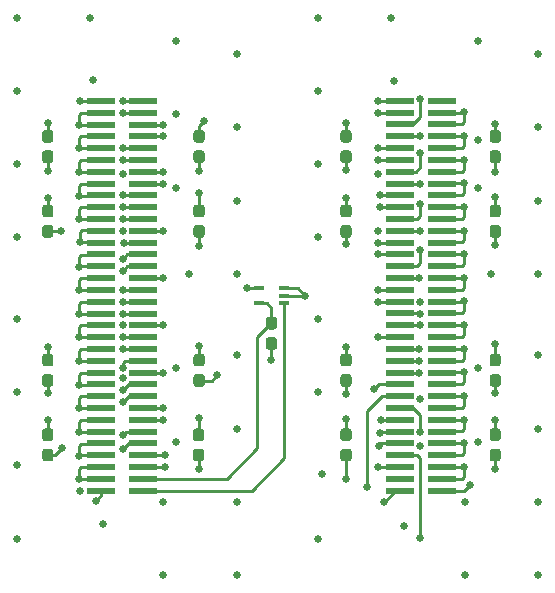
<source format=gbr>
%TF.GenerationSoftware,KiCad,Pcbnew,(5.1.9-0-10_14)*%
%TF.CreationDate,2021-05-13T13:43:04-04:00*%
%TF.ProjectId,SiPM_Board_RevC,5369504d-5f42-46f6-9172-645f52657643,rev?*%
%TF.SameCoordinates,Original*%
%TF.FileFunction,Copper,L4,Bot*%
%TF.FilePolarity,Positive*%
%FSLAX46Y46*%
G04 Gerber Fmt 4.6, Leading zero omitted, Abs format (unit mm)*
G04 Created by KiCad (PCBNEW (5.1.9-0-10_14)) date 2021-05-13 13:43:04*
%MOMM*%
%LPD*%
G01*
G04 APERTURE LIST*
%TA.AperFunction,SMDPad,CuDef*%
%ADD10R,2.413000X0.558800*%
%TD*%
%TA.AperFunction,SMDPad,CuDef*%
%ADD11R,0.900000X0.400000*%
%TD*%
%TA.AperFunction,ViaPad*%
%ADD12C,0.635000*%
%TD*%
%TA.AperFunction,Conductor*%
%ADD13C,0.294640*%
%TD*%
G04 APERTURE END LIST*
D10*
%TO.P,J2,2*%
%TO.N,/BIAS4*%
X164408000Y-116497300D03*
%TO.P,J2,1*%
X160852000Y-116497300D03*
%TO.P,J2,3*%
%TO.N,Net-(J2-Pad3)*%
X160852000Y-115497302D03*
%TO.P,J2,4*%
%TO.N,GND*%
X164408000Y-115497302D03*
%TO.P,J2,5*%
%TO.N,Net-(J2-Pad5)*%
X160852000Y-114497304D03*
%TO.P,J2,6*%
%TO.N,GND*%
X164408000Y-114497304D03*
%TO.P,J2,7*%
%TO.N,Net-(J2-Pad7)*%
X160852000Y-113497306D03*
%TO.P,J2,8*%
%TO.N,GND*%
X164408000Y-113497306D03*
%TO.P,J2,9*%
%TO.N,Net-(J2-Pad9)*%
X160852000Y-112497308D03*
%TO.P,J2,10*%
%TO.N,GND*%
X164408000Y-112497308D03*
%TO.P,J2,11*%
%TO.N,Net-(J2-Pad11)*%
X160852000Y-111497310D03*
%TO.P,J2,12*%
%TO.N,GND*%
X164408000Y-111497310D03*
%TO.P,J2,13*%
%TO.N,Net-(J2-Pad13)*%
X160852000Y-110497312D03*
%TO.P,J2,14*%
%TO.N,GND*%
X164408000Y-110497312D03*
%TO.P,J2,15*%
%TO.N,Net-(J2-Pad15)*%
X160852000Y-109497314D03*
%TO.P,J2,16*%
%TO.N,GND*%
X164408000Y-109497314D03*
%TO.P,J2,17*%
%TO.N,Net-(J2-Pad17)*%
X160852000Y-108497316D03*
%TO.P,J2,18*%
%TO.N,GND*%
X164408000Y-108497316D03*
%TO.P,J2,19*%
%TO.N,Net-(J2-Pad19)*%
X160852000Y-107497318D03*
%TO.P,J2,20*%
%TO.N,GND*%
X164408000Y-107497318D03*
%TO.P,J2,21*%
%TO.N,Net-(J2-Pad21)*%
X160852000Y-106497320D03*
%TO.P,J2,22*%
%TO.N,GND*%
X164408000Y-106497320D03*
%TO.P,J2,23*%
%TO.N,Net-(J2-Pad23)*%
X160852000Y-105497322D03*
%TO.P,J2,24*%
%TO.N,GND*%
X164408000Y-105497322D03*
%TO.P,J2,25*%
%TO.N,Net-(J2-Pad25)*%
X160852000Y-104497324D03*
%TO.P,J2,26*%
%TO.N,GND*%
X164408000Y-104497324D03*
%TO.P,J2,27*%
%TO.N,Net-(J2-Pad27)*%
X160852000Y-103497326D03*
%TO.P,J2,28*%
%TO.N,GND*%
X164408000Y-103497326D03*
%TO.P,J2,29*%
%TO.N,Net-(J2-Pad29)*%
X160852000Y-102497328D03*
%TO.P,J2,30*%
%TO.N,GND*%
X164408000Y-102497328D03*
%TO.P,J2,31*%
%TO.N,Net-(J2-Pad31)*%
X160852000Y-101497330D03*
%TO.P,J2,32*%
%TO.N,GND*%
X164408000Y-101497330D03*
%TO.P,J2,33*%
%TO.N,Net-(J2-Pad33)*%
X160852000Y-100497332D03*
%TO.P,J2,34*%
%TO.N,GND*%
X164408000Y-100497332D03*
%TO.P,J2,35*%
%TO.N,Net-(J2-Pad35)*%
X160852000Y-99497334D03*
%TO.P,J2,36*%
%TO.N,GND*%
X164408000Y-99497334D03*
%TO.P,J2,37*%
%TO.N,Net-(J2-Pad37)*%
X160852000Y-98497336D03*
%TO.P,J2,38*%
%TO.N,GND*%
X164408000Y-98497336D03*
%TO.P,J2,39*%
%TO.N,Net-(J2-Pad39)*%
X160852000Y-97497338D03*
%TO.P,J2,40*%
%TO.N,GND*%
X164408000Y-97497338D03*
%TO.P,J2,41*%
%TO.N,Net-(J2-Pad41)*%
X160852000Y-96497340D03*
%TO.P,J2,42*%
%TO.N,GND*%
X164408000Y-96497340D03*
%TO.P,J2,43*%
%TO.N,Net-(J2-Pad43)*%
X160852000Y-95497342D03*
%TO.P,J2,44*%
%TO.N,GND*%
X164408000Y-95497342D03*
%TO.P,J2,45*%
%TO.N,Net-(J2-Pad45)*%
X160852000Y-94497344D03*
%TO.P,J2,46*%
%TO.N,GND*%
X164408000Y-94497344D03*
%TO.P,J2,47*%
%TO.N,Net-(J2-Pad47)*%
X160852000Y-93497346D03*
%TO.P,J2,48*%
%TO.N,GND*%
X164408000Y-93497346D03*
%TO.P,J2,49*%
%TO.N,Net-(J2-Pad49)*%
X160852000Y-92497348D03*
%TO.P,J2,50*%
%TO.N,GND*%
X164408000Y-92497348D03*
%TO.P,J2,51*%
%TO.N,Net-(J2-Pad51)*%
X160852000Y-91497350D03*
%TO.P,J2,52*%
%TO.N,GND*%
X164408000Y-91497350D03*
%TO.P,J2,53*%
%TO.N,Net-(J2-Pad53)*%
X160852000Y-90497352D03*
%TO.P,J2,54*%
%TO.N,GND*%
X164408000Y-90497352D03*
%TO.P,J2,55*%
%TO.N,Net-(J2-Pad55)*%
X160852000Y-89497354D03*
%TO.P,J2,56*%
%TO.N,GND*%
X164408000Y-89497354D03*
%TO.P,J2,57*%
%TO.N,Net-(J2-Pad57)*%
X160852000Y-88497356D03*
%TO.P,J2,58*%
%TO.N,GND*%
X164408000Y-88497356D03*
%TO.P,J2,59*%
%TO.N,Net-(J2-Pad59)*%
X160852000Y-87497358D03*
%TO.P,J2,60*%
%TO.N,GND*%
X164408000Y-87497358D03*
%TO.P,J2,61*%
%TO.N,Net-(J2-Pad61)*%
X160852000Y-86497360D03*
%TO.P,J2,62*%
%TO.N,GND*%
X164408000Y-86497360D03*
%TO.P,J2,63*%
%TO.N,Net-(J2-Pad63)*%
X160852000Y-85497362D03*
%TO.P,J2,64*%
%TO.N,GND*%
X164408000Y-85497362D03*
%TO.P,J2,65*%
%TO.N,Net-(J2-Pad65)*%
X160852000Y-84497364D03*
%TO.P,J2,66*%
%TO.N,GND*%
X164408000Y-84497364D03*
%TO.P,J2,67*%
%TO.N,Net-(J2-Pad67)*%
X160852000Y-83497366D03*
%TO.P,J2,68*%
%TO.N,/BIAS3*%
X164408000Y-83497366D03*
%TD*%
%TO.P,C16,1*%
%TO.N,/BIAS3*%
%TA.AperFunction,SMDPad,CuDef*%
G36*
G01*
X168702500Y-85970000D02*
X169177500Y-85970000D01*
G75*
G02*
X169415000Y-86207500I0J-237500D01*
G01*
X169415000Y-86807500D01*
G75*
G02*
X169177500Y-87045000I-237500J0D01*
G01*
X168702500Y-87045000D01*
G75*
G02*
X168465000Y-86807500I0J237500D01*
G01*
X168465000Y-86207500D01*
G75*
G02*
X168702500Y-85970000I237500J0D01*
G01*
G37*
%TD.AperFunction*%
%TO.P,C16,2*%
%TO.N,GND*%
%TA.AperFunction,SMDPad,CuDef*%
G36*
G01*
X168702500Y-87695000D02*
X169177500Y-87695000D01*
G75*
G02*
X169415000Y-87932500I0J-237500D01*
G01*
X169415000Y-88532500D01*
G75*
G02*
X169177500Y-88770000I-237500J0D01*
G01*
X168702500Y-88770000D01*
G75*
G02*
X168465000Y-88532500I0J237500D01*
G01*
X168465000Y-87932500D01*
G75*
G02*
X168702500Y-87695000I237500J0D01*
G01*
G37*
%TD.AperFunction*%
%TD*%
D11*
%TO.P,U1,4*%
%TO.N,/VDD*%
X148900000Y-100650000D03*
%TO.P,U1,2*%
%TO.N,GND*%
X151100000Y-100000000D03*
%TO.P,U1,5*%
X148900180Y-99344680D03*
%TO.P,U1,3*%
%TO.N,/OUT*%
X151100000Y-100650000D03*
%TO.P,U1,1*%
%TO.N,GND*%
X151100000Y-99350000D03*
%TD*%
D10*
%TO.P,J1,2*%
%TO.N,/BIAS1*%
X135592000Y-83502700D03*
%TO.P,J1,1*%
%TO.N,Net-(J1-Pad1)*%
X139148000Y-83502700D03*
%TO.P,J1,3*%
%TO.N,Net-(J1-Pad3)*%
X139148000Y-84502698D03*
%TO.P,J1,4*%
%TO.N,GND*%
X135592000Y-84502698D03*
%TO.P,J1,5*%
%TO.N,Net-(J1-Pad5)*%
X139148000Y-85502696D03*
%TO.P,J1,6*%
%TO.N,GND*%
X135592000Y-85502696D03*
%TO.P,J1,7*%
%TO.N,Net-(J1-Pad7)*%
X139148000Y-86502694D03*
%TO.P,J1,8*%
%TO.N,GND*%
X135592000Y-86502694D03*
%TO.P,J1,9*%
%TO.N,Net-(J1-Pad9)*%
X139148000Y-87502692D03*
%TO.P,J1,10*%
%TO.N,GND*%
X135592000Y-87502692D03*
%TO.P,J1,11*%
%TO.N,Net-(J1-Pad11)*%
X139148000Y-88502690D03*
%TO.P,J1,12*%
%TO.N,GND*%
X135592000Y-88502690D03*
%TO.P,J1,13*%
%TO.N,Net-(J1-Pad13)*%
X139148000Y-89502688D03*
%TO.P,J1,14*%
%TO.N,GND*%
X135592000Y-89502688D03*
%TO.P,J1,15*%
%TO.N,Net-(J1-Pad15)*%
X139148000Y-90502686D03*
%TO.P,J1,16*%
%TO.N,GND*%
X135592000Y-90502686D03*
%TO.P,J1,17*%
%TO.N,Net-(J1-Pad17)*%
X139148000Y-91502684D03*
%TO.P,J1,18*%
%TO.N,GND*%
X135592000Y-91502684D03*
%TO.P,J1,19*%
%TO.N,Net-(J1-Pad19)*%
X139148000Y-92502682D03*
%TO.P,J1,20*%
%TO.N,GND*%
X135592000Y-92502682D03*
%TO.P,J1,21*%
%TO.N,Net-(J1-Pad21)*%
X139148000Y-93502680D03*
%TO.P,J1,22*%
%TO.N,GND*%
X135592000Y-93502680D03*
%TO.P,J1,23*%
%TO.N,Net-(J1-Pad23)*%
X139148000Y-94502678D03*
%TO.P,J1,24*%
%TO.N,GND*%
X135592000Y-94502678D03*
%TO.P,J1,25*%
%TO.N,Net-(J1-Pad25)*%
X139148000Y-95502676D03*
%TO.P,J1,26*%
%TO.N,GND*%
X135592000Y-95502676D03*
%TO.P,J1,27*%
%TO.N,Net-(J1-Pad27)*%
X139148000Y-96502674D03*
%TO.P,J1,28*%
%TO.N,GND*%
X135592000Y-96502674D03*
%TO.P,J1,29*%
%TO.N,Net-(J1-Pad29)*%
X139148000Y-97502672D03*
%TO.P,J1,30*%
%TO.N,GND*%
X135592000Y-97502672D03*
%TO.P,J1,31*%
%TO.N,Net-(J1-Pad31)*%
X139148000Y-98502670D03*
%TO.P,J1,32*%
%TO.N,GND*%
X135592000Y-98502670D03*
%TO.P,J1,33*%
%TO.N,Net-(J1-Pad33)*%
X139148000Y-99502668D03*
%TO.P,J1,34*%
%TO.N,GND*%
X135592000Y-99502668D03*
%TO.P,J1,35*%
%TO.N,Net-(J1-Pad35)*%
X139148000Y-100502666D03*
%TO.P,J1,36*%
%TO.N,GND*%
X135592000Y-100502666D03*
%TO.P,J1,37*%
%TO.N,Net-(J1-Pad37)*%
X139148000Y-101502664D03*
%TO.P,J1,38*%
%TO.N,GND*%
X135592000Y-101502664D03*
%TO.P,J1,39*%
%TO.N,Net-(J1-Pad39)*%
X139148000Y-102502662D03*
%TO.P,J1,40*%
%TO.N,GND*%
X135592000Y-102502662D03*
%TO.P,J1,41*%
%TO.N,Net-(J1-Pad41)*%
X139148000Y-103502660D03*
%TO.P,J1,42*%
%TO.N,GND*%
X135592000Y-103502660D03*
%TO.P,J1,43*%
%TO.N,Net-(J1-Pad43)*%
X139148000Y-104502658D03*
%TO.P,J1,44*%
%TO.N,GND*%
X135592000Y-104502658D03*
%TO.P,J1,45*%
%TO.N,Net-(J1-Pad45)*%
X139148000Y-105502656D03*
%TO.P,J1,46*%
%TO.N,GND*%
X135592000Y-105502656D03*
%TO.P,J1,47*%
%TO.N,Net-(J1-Pad47)*%
X139148000Y-106502654D03*
%TO.P,J1,48*%
%TO.N,GND*%
X135592000Y-106502654D03*
%TO.P,J1,49*%
%TO.N,Net-(J1-Pad49)*%
X139148000Y-107502652D03*
%TO.P,J1,50*%
%TO.N,GND*%
X135592000Y-107502652D03*
%TO.P,J1,51*%
%TO.N,Net-(J1-Pad51)*%
X139148000Y-108502650D03*
%TO.P,J1,52*%
%TO.N,GND*%
X135592000Y-108502650D03*
%TO.P,J1,53*%
%TO.N,Net-(J1-Pad53)*%
X139148000Y-109502648D03*
%TO.P,J1,54*%
%TO.N,GND*%
X135592000Y-109502648D03*
%TO.P,J1,55*%
%TO.N,Net-(J1-Pad55)*%
X139148000Y-110502646D03*
%TO.P,J1,56*%
%TO.N,GND*%
X135592000Y-110502646D03*
%TO.P,J1,57*%
%TO.N,Net-(J1-Pad57)*%
X139148000Y-111502644D03*
%TO.P,J1,58*%
%TO.N,GND*%
X135592000Y-111502644D03*
%TO.P,J1,59*%
%TO.N,Net-(J1-Pad59)*%
X139148000Y-112502642D03*
%TO.P,J1,60*%
%TO.N,GND*%
X135592000Y-112502642D03*
%TO.P,J1,61*%
%TO.N,Net-(J1-Pad61)*%
X139148000Y-113502640D03*
%TO.P,J1,62*%
%TO.N,GND*%
X135592000Y-113502640D03*
%TO.P,J1,63*%
%TO.N,Net-(J1-Pad63)*%
X139148000Y-114502638D03*
%TO.P,J1,64*%
%TO.N,GND*%
X135592000Y-114502638D03*
%TO.P,J1,65*%
%TO.N,/VDD*%
X139148000Y-115502636D03*
%TO.P,J1,66*%
%TO.N,GND*%
X135592000Y-115502636D03*
%TO.P,J1,67*%
%TO.N,/OUT*%
X139148000Y-116502634D03*
%TO.P,J1,68*%
%TO.N,/BIAS2*%
X135592000Y-116502634D03*
%TD*%
%TO.P,C15,1*%
%TO.N,/BIAS4*%
%TA.AperFunction,SMDPad,CuDef*%
G36*
G01*
X156072500Y-111230000D02*
X156547500Y-111230000D01*
G75*
G02*
X156785000Y-111467500I0J-237500D01*
G01*
X156785000Y-112067500D01*
G75*
G02*
X156547500Y-112305000I-237500J0D01*
G01*
X156072500Y-112305000D01*
G75*
G02*
X155835000Y-112067500I0J237500D01*
G01*
X155835000Y-111467500D01*
G75*
G02*
X156072500Y-111230000I237500J0D01*
G01*
G37*
%TD.AperFunction*%
%TO.P,C15,2*%
%TO.N,GND*%
%TA.AperFunction,SMDPad,CuDef*%
G36*
G01*
X156072500Y-112955000D02*
X156547500Y-112955000D01*
G75*
G02*
X156785000Y-113192500I0J-237500D01*
G01*
X156785000Y-113792500D01*
G75*
G02*
X156547500Y-114030000I-237500J0D01*
G01*
X156072500Y-114030000D01*
G75*
G02*
X155835000Y-113792500I0J237500D01*
G01*
X155835000Y-113192500D01*
G75*
G02*
X156072500Y-112955000I237500J0D01*
G01*
G37*
%TD.AperFunction*%
%TD*%
%TO.P,C9,2*%
%TO.N,GND*%
%TA.AperFunction,SMDPad,CuDef*%
G36*
G01*
X149762500Y-103505000D02*
X150237500Y-103505000D01*
G75*
G02*
X150475000Y-103742500I0J-237500D01*
G01*
X150475000Y-104342500D01*
G75*
G02*
X150237500Y-104580000I-237500J0D01*
G01*
X149762500Y-104580000D01*
G75*
G02*
X149525000Y-104342500I0J237500D01*
G01*
X149525000Y-103742500D01*
G75*
G02*
X149762500Y-103505000I237500J0D01*
G01*
G37*
%TD.AperFunction*%
%TO.P,C9,1*%
%TO.N,/VDD*%
%TA.AperFunction,SMDPad,CuDef*%
G36*
G01*
X149762500Y-101780000D02*
X150237500Y-101780000D01*
G75*
G02*
X150475000Y-102017500I0J-237500D01*
G01*
X150475000Y-102617500D01*
G75*
G02*
X150237500Y-102855000I-237500J0D01*
G01*
X149762500Y-102855000D01*
G75*
G02*
X149525000Y-102617500I0J237500D01*
G01*
X149525000Y-102017500D01*
G75*
G02*
X149762500Y-101780000I237500J0D01*
G01*
G37*
%TD.AperFunction*%
%TD*%
%TO.P,C5,2*%
%TO.N,GND*%
%TA.AperFunction,SMDPad,CuDef*%
G36*
G01*
X130822500Y-87695000D02*
X131297500Y-87695000D01*
G75*
G02*
X131535000Y-87932500I0J-237500D01*
G01*
X131535000Y-88532500D01*
G75*
G02*
X131297500Y-88770000I-237500J0D01*
G01*
X130822500Y-88770000D01*
G75*
G02*
X130585000Y-88532500I0J237500D01*
G01*
X130585000Y-87932500D01*
G75*
G02*
X130822500Y-87695000I237500J0D01*
G01*
G37*
%TD.AperFunction*%
%TO.P,C5,1*%
%TO.N,/BIAS1*%
%TA.AperFunction,SMDPad,CuDef*%
G36*
G01*
X130822500Y-85970000D02*
X131297500Y-85970000D01*
G75*
G02*
X131535000Y-86207500I0J-237500D01*
G01*
X131535000Y-86807500D01*
G75*
G02*
X131297500Y-87045000I-237500J0D01*
G01*
X130822500Y-87045000D01*
G75*
G02*
X130585000Y-86807500I0J237500D01*
G01*
X130585000Y-86207500D01*
G75*
G02*
X130822500Y-85970000I237500J0D01*
G01*
G37*
%TD.AperFunction*%
%TD*%
%TO.P,C7,1*%
%TO.N,/BIAS1*%
%TA.AperFunction,SMDPad,CuDef*%
G36*
G01*
X143632500Y-85970000D02*
X144107500Y-85970000D01*
G75*
G02*
X144345000Y-86207500I0J-237500D01*
G01*
X144345000Y-86807500D01*
G75*
G02*
X144107500Y-87045000I-237500J0D01*
G01*
X143632500Y-87045000D01*
G75*
G02*
X143395000Y-86807500I0J237500D01*
G01*
X143395000Y-86207500D01*
G75*
G02*
X143632500Y-85970000I237500J0D01*
G01*
G37*
%TD.AperFunction*%
%TO.P,C7,2*%
%TO.N,GND*%
%TA.AperFunction,SMDPad,CuDef*%
G36*
G01*
X143632500Y-87695000D02*
X144107500Y-87695000D01*
G75*
G02*
X144345000Y-87932500I0J-237500D01*
G01*
X144345000Y-88532500D01*
G75*
G02*
X144107500Y-88770000I-237500J0D01*
G01*
X143632500Y-88770000D01*
G75*
G02*
X143395000Y-88532500I0J237500D01*
G01*
X143395000Y-87932500D01*
G75*
G02*
X143632500Y-87695000I237500J0D01*
G01*
G37*
%TD.AperFunction*%
%TD*%
%TO.P,C6,2*%
%TO.N,GND*%
%TA.AperFunction,SMDPad,CuDef*%
G36*
G01*
X130822500Y-112955000D02*
X131297500Y-112955000D01*
G75*
G02*
X131535000Y-113192500I0J-237500D01*
G01*
X131535000Y-113792500D01*
G75*
G02*
X131297500Y-114030000I-237500J0D01*
G01*
X130822500Y-114030000D01*
G75*
G02*
X130585000Y-113792500I0J237500D01*
G01*
X130585000Y-113192500D01*
G75*
G02*
X130822500Y-112955000I237500J0D01*
G01*
G37*
%TD.AperFunction*%
%TO.P,C6,1*%
%TO.N,/BIAS2*%
%TA.AperFunction,SMDPad,CuDef*%
G36*
G01*
X130822500Y-111230000D02*
X131297500Y-111230000D01*
G75*
G02*
X131535000Y-111467500I0J-237500D01*
G01*
X131535000Y-112067500D01*
G75*
G02*
X131297500Y-112305000I-237500J0D01*
G01*
X130822500Y-112305000D01*
G75*
G02*
X130585000Y-112067500I0J237500D01*
G01*
X130585000Y-111467500D01*
G75*
G02*
X130822500Y-111230000I237500J0D01*
G01*
G37*
%TD.AperFunction*%
%TD*%
%TO.P,C8,1*%
%TO.N,/BIAS2*%
%TA.AperFunction,SMDPad,CuDef*%
G36*
G01*
X143582500Y-111230000D02*
X144057500Y-111230000D01*
G75*
G02*
X144295000Y-111467500I0J-237500D01*
G01*
X144295000Y-112067500D01*
G75*
G02*
X144057500Y-112305000I-237500J0D01*
G01*
X143582500Y-112305000D01*
G75*
G02*
X143345000Y-112067500I0J237500D01*
G01*
X143345000Y-111467500D01*
G75*
G02*
X143582500Y-111230000I237500J0D01*
G01*
G37*
%TD.AperFunction*%
%TO.P,C8,2*%
%TO.N,GND*%
%TA.AperFunction,SMDPad,CuDef*%
G36*
G01*
X143582500Y-112955000D02*
X144057500Y-112955000D01*
G75*
G02*
X144295000Y-113192500I0J-237500D01*
G01*
X144295000Y-113792500D01*
G75*
G02*
X144057500Y-114030000I-237500J0D01*
G01*
X143582500Y-114030000D01*
G75*
G02*
X143345000Y-113792500I0J237500D01*
G01*
X143345000Y-113192500D01*
G75*
G02*
X143582500Y-112955000I237500J0D01*
G01*
G37*
%TD.AperFunction*%
%TD*%
%TO.P,C14,2*%
%TO.N,GND*%
%TA.AperFunction,SMDPad,CuDef*%
G36*
G01*
X156072500Y-87695000D02*
X156547500Y-87695000D01*
G75*
G02*
X156785000Y-87932500I0J-237500D01*
G01*
X156785000Y-88532500D01*
G75*
G02*
X156547500Y-88770000I-237500J0D01*
G01*
X156072500Y-88770000D01*
G75*
G02*
X155835000Y-88532500I0J237500D01*
G01*
X155835000Y-87932500D01*
G75*
G02*
X156072500Y-87695000I237500J0D01*
G01*
G37*
%TD.AperFunction*%
%TO.P,C14,1*%
%TO.N,/BIAS3*%
%TA.AperFunction,SMDPad,CuDef*%
G36*
G01*
X156072500Y-85970000D02*
X156547500Y-85970000D01*
G75*
G02*
X156785000Y-86207500I0J-237500D01*
G01*
X156785000Y-86807500D01*
G75*
G02*
X156547500Y-87045000I-237500J0D01*
G01*
X156072500Y-87045000D01*
G75*
G02*
X155835000Y-86807500I0J237500D01*
G01*
X155835000Y-86207500D01*
G75*
G02*
X156072500Y-85970000I237500J0D01*
G01*
G37*
%TD.AperFunction*%
%TD*%
%TO.P,C17,2*%
%TO.N,GND*%
%TA.AperFunction,SMDPad,CuDef*%
G36*
G01*
X168702500Y-112955000D02*
X169177500Y-112955000D01*
G75*
G02*
X169415000Y-113192500I0J-237500D01*
G01*
X169415000Y-113792500D01*
G75*
G02*
X169177500Y-114030000I-237500J0D01*
G01*
X168702500Y-114030000D01*
G75*
G02*
X168465000Y-113792500I0J237500D01*
G01*
X168465000Y-113192500D01*
G75*
G02*
X168702500Y-112955000I237500J0D01*
G01*
G37*
%TD.AperFunction*%
%TO.P,C17,1*%
%TO.N,/BIAS4*%
%TA.AperFunction,SMDPad,CuDef*%
G36*
G01*
X168702500Y-111230000D02*
X169177500Y-111230000D01*
G75*
G02*
X169415000Y-111467500I0J-237500D01*
G01*
X169415000Y-112067500D01*
G75*
G02*
X169177500Y-112305000I-237500J0D01*
G01*
X168702500Y-112305000D01*
G75*
G02*
X168465000Y-112067500I0J237500D01*
G01*
X168465000Y-111467500D01*
G75*
G02*
X168702500Y-111230000I237500J0D01*
G01*
G37*
%TD.AperFunction*%
%TD*%
%TO.P,C1,2*%
%TO.N,GND*%
%TA.AperFunction,SMDPad,CuDef*%
G36*
G01*
X130822500Y-94015000D02*
X131297500Y-94015000D01*
G75*
G02*
X131535000Y-94252500I0J-237500D01*
G01*
X131535000Y-94852500D01*
G75*
G02*
X131297500Y-95090000I-237500J0D01*
G01*
X130822500Y-95090000D01*
G75*
G02*
X130585000Y-94852500I0J237500D01*
G01*
X130585000Y-94252500D01*
G75*
G02*
X130822500Y-94015000I237500J0D01*
G01*
G37*
%TD.AperFunction*%
%TO.P,C1,1*%
%TO.N,/BIAS1*%
%TA.AperFunction,SMDPad,CuDef*%
G36*
G01*
X130822500Y-92290000D02*
X131297500Y-92290000D01*
G75*
G02*
X131535000Y-92527500I0J-237500D01*
G01*
X131535000Y-93127500D01*
G75*
G02*
X131297500Y-93365000I-237500J0D01*
G01*
X130822500Y-93365000D01*
G75*
G02*
X130585000Y-93127500I0J237500D01*
G01*
X130585000Y-92527500D01*
G75*
G02*
X130822500Y-92290000I237500J0D01*
G01*
G37*
%TD.AperFunction*%
%TD*%
%TO.P,C3,1*%
%TO.N,/BIAS1*%
%TA.AperFunction,SMDPad,CuDef*%
G36*
G01*
X143632500Y-92290000D02*
X144107500Y-92290000D01*
G75*
G02*
X144345000Y-92527500I0J-237500D01*
G01*
X144345000Y-93127500D01*
G75*
G02*
X144107500Y-93365000I-237500J0D01*
G01*
X143632500Y-93365000D01*
G75*
G02*
X143395000Y-93127500I0J237500D01*
G01*
X143395000Y-92527500D01*
G75*
G02*
X143632500Y-92290000I237500J0D01*
G01*
G37*
%TD.AperFunction*%
%TO.P,C3,2*%
%TO.N,GND*%
%TA.AperFunction,SMDPad,CuDef*%
G36*
G01*
X143632500Y-94015000D02*
X144107500Y-94015000D01*
G75*
G02*
X144345000Y-94252500I0J-237500D01*
G01*
X144345000Y-94852500D01*
G75*
G02*
X144107500Y-95090000I-237500J0D01*
G01*
X143632500Y-95090000D01*
G75*
G02*
X143395000Y-94852500I0J237500D01*
G01*
X143395000Y-94252500D01*
G75*
G02*
X143632500Y-94015000I237500J0D01*
G01*
G37*
%TD.AperFunction*%
%TD*%
%TO.P,C2,2*%
%TO.N,GND*%
%TA.AperFunction,SMDPad,CuDef*%
G36*
G01*
X130822500Y-106635000D02*
X131297500Y-106635000D01*
G75*
G02*
X131535000Y-106872500I0J-237500D01*
G01*
X131535000Y-107472500D01*
G75*
G02*
X131297500Y-107710000I-237500J0D01*
G01*
X130822500Y-107710000D01*
G75*
G02*
X130585000Y-107472500I0J237500D01*
G01*
X130585000Y-106872500D01*
G75*
G02*
X130822500Y-106635000I237500J0D01*
G01*
G37*
%TD.AperFunction*%
%TO.P,C2,1*%
%TO.N,/BIAS2*%
%TA.AperFunction,SMDPad,CuDef*%
G36*
G01*
X130822500Y-104910000D02*
X131297500Y-104910000D01*
G75*
G02*
X131535000Y-105147500I0J-237500D01*
G01*
X131535000Y-105747500D01*
G75*
G02*
X131297500Y-105985000I-237500J0D01*
G01*
X130822500Y-105985000D01*
G75*
G02*
X130585000Y-105747500I0J237500D01*
G01*
X130585000Y-105147500D01*
G75*
G02*
X130822500Y-104910000I237500J0D01*
G01*
G37*
%TD.AperFunction*%
%TD*%
%TO.P,C4,1*%
%TO.N,/BIAS2*%
%TA.AperFunction,SMDPad,CuDef*%
G36*
G01*
X143632500Y-104910000D02*
X144107500Y-104910000D01*
G75*
G02*
X144345000Y-105147500I0J-237500D01*
G01*
X144345000Y-105747500D01*
G75*
G02*
X144107500Y-105985000I-237500J0D01*
G01*
X143632500Y-105985000D01*
G75*
G02*
X143395000Y-105747500I0J237500D01*
G01*
X143395000Y-105147500D01*
G75*
G02*
X143632500Y-104910000I237500J0D01*
G01*
G37*
%TD.AperFunction*%
%TO.P,C4,2*%
%TO.N,GND*%
%TA.AperFunction,SMDPad,CuDef*%
G36*
G01*
X143632500Y-106635000D02*
X144107500Y-106635000D01*
G75*
G02*
X144345000Y-106872500I0J-237500D01*
G01*
X144345000Y-107472500D01*
G75*
G02*
X144107500Y-107710000I-237500J0D01*
G01*
X143632500Y-107710000D01*
G75*
G02*
X143395000Y-107472500I0J237500D01*
G01*
X143395000Y-106872500D01*
G75*
G02*
X143632500Y-106635000I237500J0D01*
G01*
G37*
%TD.AperFunction*%
%TD*%
%TO.P,C10,2*%
%TO.N,GND*%
%TA.AperFunction,SMDPad,CuDef*%
G36*
G01*
X156072500Y-94015000D02*
X156547500Y-94015000D01*
G75*
G02*
X156785000Y-94252500I0J-237500D01*
G01*
X156785000Y-94852500D01*
G75*
G02*
X156547500Y-95090000I-237500J0D01*
G01*
X156072500Y-95090000D01*
G75*
G02*
X155835000Y-94852500I0J237500D01*
G01*
X155835000Y-94252500D01*
G75*
G02*
X156072500Y-94015000I237500J0D01*
G01*
G37*
%TD.AperFunction*%
%TO.P,C10,1*%
%TO.N,/BIAS3*%
%TA.AperFunction,SMDPad,CuDef*%
G36*
G01*
X156072500Y-92290000D02*
X156547500Y-92290000D01*
G75*
G02*
X156785000Y-92527500I0J-237500D01*
G01*
X156785000Y-93127500D01*
G75*
G02*
X156547500Y-93365000I-237500J0D01*
G01*
X156072500Y-93365000D01*
G75*
G02*
X155835000Y-93127500I0J237500D01*
G01*
X155835000Y-92527500D01*
G75*
G02*
X156072500Y-92290000I237500J0D01*
G01*
G37*
%TD.AperFunction*%
%TD*%
%TO.P,C12,1*%
%TO.N,/BIAS3*%
%TA.AperFunction,SMDPad,CuDef*%
G36*
G01*
X168702500Y-92290000D02*
X169177500Y-92290000D01*
G75*
G02*
X169415000Y-92527500I0J-237500D01*
G01*
X169415000Y-93127500D01*
G75*
G02*
X169177500Y-93365000I-237500J0D01*
G01*
X168702500Y-93365000D01*
G75*
G02*
X168465000Y-93127500I0J237500D01*
G01*
X168465000Y-92527500D01*
G75*
G02*
X168702500Y-92290000I237500J0D01*
G01*
G37*
%TD.AperFunction*%
%TO.P,C12,2*%
%TO.N,GND*%
%TA.AperFunction,SMDPad,CuDef*%
G36*
G01*
X168702500Y-94015000D02*
X169177500Y-94015000D01*
G75*
G02*
X169415000Y-94252500I0J-237500D01*
G01*
X169415000Y-94852500D01*
G75*
G02*
X169177500Y-95090000I-237500J0D01*
G01*
X168702500Y-95090000D01*
G75*
G02*
X168465000Y-94852500I0J237500D01*
G01*
X168465000Y-94252500D01*
G75*
G02*
X168702500Y-94015000I237500J0D01*
G01*
G37*
%TD.AperFunction*%
%TD*%
%TO.P,C11,2*%
%TO.N,GND*%
%TA.AperFunction,SMDPad,CuDef*%
G36*
G01*
X156072500Y-106635000D02*
X156547500Y-106635000D01*
G75*
G02*
X156785000Y-106872500I0J-237500D01*
G01*
X156785000Y-107472500D01*
G75*
G02*
X156547500Y-107710000I-237500J0D01*
G01*
X156072500Y-107710000D01*
G75*
G02*
X155835000Y-107472500I0J237500D01*
G01*
X155835000Y-106872500D01*
G75*
G02*
X156072500Y-106635000I237500J0D01*
G01*
G37*
%TD.AperFunction*%
%TO.P,C11,1*%
%TO.N,/BIAS4*%
%TA.AperFunction,SMDPad,CuDef*%
G36*
G01*
X156072500Y-104910000D02*
X156547500Y-104910000D01*
G75*
G02*
X156785000Y-105147500I0J-237500D01*
G01*
X156785000Y-105747500D01*
G75*
G02*
X156547500Y-105985000I-237500J0D01*
G01*
X156072500Y-105985000D01*
G75*
G02*
X155835000Y-105747500I0J237500D01*
G01*
X155835000Y-105147500D01*
G75*
G02*
X156072500Y-104910000I237500J0D01*
G01*
G37*
%TD.AperFunction*%
%TD*%
%TO.P,C13,1*%
%TO.N,/BIAS4*%
%TA.AperFunction,SMDPad,CuDef*%
G36*
G01*
X168702500Y-104910000D02*
X169177500Y-104910000D01*
G75*
G02*
X169415000Y-105147500I0J-237500D01*
G01*
X169415000Y-105747500D01*
G75*
G02*
X169177500Y-105985000I-237500J0D01*
G01*
X168702500Y-105985000D01*
G75*
G02*
X168465000Y-105747500I0J237500D01*
G01*
X168465000Y-105147500D01*
G75*
G02*
X168702500Y-104910000I237500J0D01*
G01*
G37*
%TD.AperFunction*%
%TO.P,C13,2*%
%TO.N,GND*%
%TA.AperFunction,SMDPad,CuDef*%
G36*
G01*
X168702500Y-106635000D02*
X169177500Y-106635000D01*
G75*
G02*
X169415000Y-106872500I0J-237500D01*
G01*
X169415000Y-107472500D01*
G75*
G02*
X169177500Y-107710000I-237500J0D01*
G01*
X168702500Y-107710000D01*
G75*
G02*
X168465000Y-107472500I0J237500D01*
G01*
X168465000Y-106872500D01*
G75*
G02*
X168702500Y-106635000I237500J0D01*
G01*
G37*
%TD.AperFunction*%
%TD*%
D12*
%TO.N,GND*%
X133707308Y-111522692D03*
X133707308Y-103522692D03*
X133707308Y-101522692D03*
X133707308Y-87522692D03*
X133707308Y-115522692D03*
X133707308Y-113522692D03*
X133707308Y-107522692D03*
X133707308Y-105522692D03*
X133707308Y-109522692D03*
X133827308Y-95432692D03*
X133707308Y-85522692D03*
X133707308Y-93522692D03*
X133707308Y-91522692D03*
X133707308Y-89522692D03*
X133707308Y-99522692D03*
X133707308Y-97522692D03*
X152860000Y-100000000D03*
X150000000Y-105400000D03*
X147935320Y-99344680D03*
X131060000Y-89460000D03*
X132152500Y-94552500D03*
X143870000Y-89430000D03*
X143870000Y-95770000D03*
X132300000Y-112900000D03*
X131060000Y-108240000D03*
X145400000Y-106700000D03*
X143820000Y-114680000D03*
X156347500Y-95652500D03*
X156310000Y-89390000D03*
X168940000Y-95740000D03*
X156310000Y-108290000D03*
X168940000Y-114640000D03*
X166292692Y-84477308D03*
X166292692Y-86477308D03*
X166292692Y-88477308D03*
X166292692Y-90477308D03*
X166292692Y-92477308D03*
X166292692Y-94477308D03*
X166292692Y-96477308D03*
X166292692Y-98477308D03*
X168940000Y-89560000D03*
X166292692Y-100477308D03*
X166292692Y-102477308D03*
X166292692Y-104477308D03*
X166292692Y-106477308D03*
X166292692Y-108477308D03*
X166292692Y-110477308D03*
X166292692Y-112477308D03*
X166292692Y-114477308D03*
X156310000Y-115500000D03*
X168940000Y-108260000D03*
%TO.N,/BIAS1*%
X133762700Y-83502700D03*
X128450000Y-76450000D03*
X128450000Y-82650000D03*
X128450000Y-88850000D03*
X128450000Y-95050000D03*
X134650000Y-76450000D03*
X134850000Y-81750000D03*
X137400000Y-89700000D03*
X137400000Y-94500000D03*
X141950000Y-78450000D03*
X141950000Y-84650000D03*
X141950000Y-90850000D03*
X143050000Y-98150000D03*
X147050000Y-79550000D03*
X147050000Y-85750000D03*
X147050000Y-91950000D03*
X147050000Y-98150000D03*
X131060000Y-85340000D03*
X131060000Y-91760000D03*
X144300000Y-85200000D03*
X143870000Y-91300000D03*
%TO.N,/BIAS2*%
X133757366Y-116502634D03*
X128450000Y-101950000D03*
X128450000Y-108150000D03*
X128450000Y-120550000D03*
X128450000Y-114350000D03*
X137400000Y-102500000D03*
X137400000Y-107000000D03*
X135750000Y-119350000D03*
X135100000Y-117400000D03*
X141950000Y-106150000D03*
X141950000Y-112350000D03*
X140850000Y-117450000D03*
X140850000Y-123650000D03*
X147050000Y-123650000D03*
X147050000Y-117450000D03*
X147050000Y-111250000D03*
X147050000Y-105050000D03*
X131060000Y-110540000D03*
X131060000Y-104360000D03*
X143870000Y-104230000D03*
X143820000Y-110320000D03*
%TO.N,Net-(J1-Pad63)*%
X141000000Y-114500000D03*
%TO.N,Net-(J1-Pad61)*%
X141000000Y-113500000D03*
%TO.N,Net-(J1-Pad59)*%
X137400000Y-113000000D03*
%TO.N,Net-(J1-Pad57)*%
X137400000Y-111800000D03*
%TO.N,Net-(J1-Pad55)*%
X140800000Y-110500000D03*
%TO.N,Net-(J1-Pad53)*%
X140800000Y-109500000D03*
%TO.N,Net-(J1-Pad51)*%
X137402650Y-109002650D03*
%TO.N,Net-(J1-Pad49)*%
X137400000Y-108000000D03*
%TO.N,Net-(J1-Pad47)*%
X140800000Y-106500000D03*
%TO.N,Net-(J1-Pad45)*%
X137400000Y-106100000D03*
%TO.N,Net-(J1-Pad43)*%
X137400000Y-104500000D03*
%TO.N,Net-(J1-Pad41)*%
X137400000Y-103500000D03*
%TO.N,Net-(J1-Pad39)*%
X140800000Y-102500000D03*
%TO.N,Net-(J1-Pad37)*%
X137400000Y-101500000D03*
%TO.N,Net-(J1-Pad35)*%
X137400000Y-100500000D03*
%TO.N,Net-(J1-Pad33)*%
X137400000Y-99500000D03*
%TO.N,Net-(J1-Pad31)*%
X140800000Y-98500000D03*
%TO.N,Net-(J1-Pad29)*%
X137400000Y-97900000D03*
%TO.N,Net-(J1-Pad27)*%
X137400000Y-96900000D03*
%TO.N,Net-(J1-Pad25)*%
X137497324Y-95502676D03*
%TO.N,Net-(J1-Pad23)*%
X140800000Y-94500000D03*
%TO.N,Net-(J1-Pad21)*%
X137400000Y-93500000D03*
%TO.N,Net-(J1-Pad19)*%
X137400000Y-92500000D03*
%TO.N,Net-(J1-Pad17)*%
X137400000Y-91500000D03*
%TO.N,Net-(J1-Pad15)*%
X140800000Y-90500000D03*
%TO.N,Net-(J1-Pad13)*%
X140800000Y-89500000D03*
%TO.N,Net-(J1-Pad11)*%
X137402690Y-88502690D03*
%TO.N,Net-(J1-Pad9)*%
X137400000Y-87500000D03*
%TO.N,Net-(J1-Pad7)*%
X140800000Y-86500000D03*
%TO.N,Net-(J1-Pad5)*%
X140800000Y-85500000D03*
%TO.N,Net-(J1-Pad3)*%
X137400000Y-84500000D03*
%TO.N,Net-(J1-Pad1)*%
X137400000Y-83500000D03*
%TO.N,Net-(J2-Pad65)*%
X159000000Y-84500000D03*
%TO.N,Net-(J2-Pad63)*%
X162600000Y-83300000D03*
%TO.N,Net-(J2-Pad61)*%
X162600000Y-86483936D03*
%TO.N,Net-(J2-Pad59)*%
X159000000Y-87500000D03*
%TO.N,Net-(J2-Pad57)*%
X159000000Y-88500000D03*
%TO.N,Net-(J2-Pad55)*%
X162600000Y-87900000D03*
%TO.N,Net-(J2-Pad53)*%
X162600000Y-90500000D03*
%TO.N,Net-(J2-Pad51)*%
X159202650Y-91497350D03*
%TO.N,Net-(J2-Pad49)*%
X159202652Y-92497348D03*
%TO.N,Net-(J2-Pad47)*%
X162600000Y-92200000D03*
%TO.N,Net-(J2-Pad45)*%
X162600000Y-94500000D03*
%TO.N,Net-(J2-Pad43)*%
X159000000Y-95500000D03*
%TO.N,Net-(J2-Pad41)*%
X159002660Y-96497340D03*
%TO.N,Net-(J2-Pad39)*%
X162600000Y-96100000D03*
%TO.N,Net-(J2-Pad37)*%
X162497336Y-98497336D03*
%TO.N,Net-(J2-Pad35)*%
X159002666Y-99497334D03*
%TO.N,Net-(J2-Pad33)*%
X159002668Y-100497332D03*
%TO.N,Net-(J2-Pad31)*%
X162600000Y-101500000D03*
%TO.N,Net-(J2-Pad29)*%
X162600000Y-102500000D03*
%TO.N,Net-(J2-Pad27)*%
X159002674Y-103497326D03*
%TO.N,Net-(J2-Pad25)*%
X162500000Y-104500000D03*
%TO.N,Net-(J2-Pad23)*%
X162500000Y-105500000D03*
%TO.N,Net-(J2-Pad21)*%
X162497320Y-106497320D03*
%TO.N,Net-(J2-Pad19)*%
X158700000Y-107900000D03*
%TO.N,Net-(J2-Pad17)*%
X158100000Y-116200000D03*
%TO.N,Net-(J2-Pad15)*%
X162600000Y-111500000D03*
%TO.N,Net-(J2-Pad13)*%
X159302688Y-110497312D03*
%TO.N,Net-(J2-Pad11)*%
X159200000Y-111600000D03*
%TO.N,Net-(J2-Pad9)*%
X159100000Y-112700000D03*
%TO.N,Net-(J2-Pad7)*%
X162600000Y-120500000D03*
%TO.N,Net-(J2-Pad5)*%
X159000000Y-114500000D03*
%TO.N,/BIAS3*%
X153950000Y-76450000D03*
X153950000Y-82650000D03*
X153950000Y-88850000D03*
X160150000Y-76450000D03*
X160400000Y-81800000D03*
X167450000Y-78450000D03*
X168550000Y-98150000D03*
X172550000Y-79550000D03*
X172550000Y-85750000D03*
X172550000Y-91950000D03*
X172550000Y-98150000D03*
X156310000Y-91710000D03*
X156310000Y-85410000D03*
X168940000Y-91660000D03*
X153950000Y-95050000D03*
X167450000Y-90850000D03*
X167450000Y-86850000D03*
X159000000Y-89700000D03*
X159000000Y-94500000D03*
X168940000Y-85460000D03*
%TO.N,/BIAS4*%
X153950000Y-101950000D03*
X153950000Y-108150000D03*
X153950000Y-120550000D03*
X161250000Y-119450000D03*
X167450000Y-106150000D03*
X167450000Y-112350000D03*
X166350000Y-117450000D03*
X166350000Y-123650000D03*
X172550000Y-123650000D03*
X172550000Y-117450000D03*
X172550000Y-111250000D03*
X172550000Y-105050000D03*
X156310000Y-104310000D03*
X168940000Y-110540000D03*
X168940000Y-104060000D03*
X154300000Y-115100000D03*
X162600000Y-100500000D03*
X162600000Y-108700000D03*
X162600000Y-112700000D03*
X159500000Y-117500000D03*
X166800000Y-116000000D03*
X156310000Y-110410000D03*
%TO.N,Net-(J2-Pad67)*%
X159000000Y-83500000D03*
%TD*%
D13*
%TO.N,GND*%
X135572000Y-109512696D02*
X133717304Y-109512696D01*
X133702694Y-113518078D02*
X133707308Y-113522692D01*
X133702694Y-103518078D02*
X133707308Y-103522692D01*
X135572000Y-103512696D02*
X133717304Y-103512696D01*
X133877302Y-112512698D02*
X133707308Y-112682692D01*
X133707308Y-102682692D02*
X133707308Y-103522692D01*
X135572000Y-102512698D02*
X133877302Y-102512698D01*
X133717304Y-103512696D02*
X133707308Y-103522692D01*
X133877302Y-102512698D02*
X133707308Y-102682692D01*
X133707308Y-103522692D02*
X133877308Y-103522692D01*
X133707308Y-115522692D02*
X133877308Y-115522692D01*
X133877302Y-110512698D02*
X133707308Y-110682692D01*
X133717304Y-111512696D02*
X133707308Y-111522692D01*
X133717304Y-107512696D02*
X133707308Y-107522692D01*
X133702694Y-107518078D02*
X133707308Y-107522692D01*
X133707308Y-109522692D02*
X133877308Y-109522692D01*
X135572000Y-110512698D02*
X133877302Y-110512698D01*
X133877302Y-86512698D02*
X133707308Y-86682692D01*
X133717304Y-87512696D02*
X133707308Y-87522692D01*
X135572000Y-86512698D02*
X133877302Y-86512698D01*
X133702694Y-87518078D02*
X133707308Y-87522692D01*
X133707308Y-86682692D02*
X133707308Y-87522692D01*
X135572000Y-87512696D02*
X133717304Y-87512696D01*
X133707308Y-87522692D02*
X133877308Y-87522692D01*
X133717304Y-109512696D02*
X133707308Y-109522692D01*
X133707308Y-108682692D02*
X133707308Y-109522692D01*
X135572000Y-105512696D02*
X133717304Y-105512696D01*
X135572000Y-115512696D02*
X133717304Y-115512696D01*
X135572000Y-106512698D02*
X133877302Y-106512698D01*
X135572000Y-112512698D02*
X133877302Y-112512698D01*
X133707308Y-106682692D02*
X133707308Y-107522692D01*
X133707308Y-112682692D02*
X133707308Y-113522692D01*
X135572000Y-108512698D02*
X133877302Y-108512698D01*
X135572000Y-107512696D02*
X133717304Y-107512696D01*
X133707308Y-113522692D02*
X133877308Y-113522692D01*
X133707308Y-105522692D02*
X133877308Y-105522692D01*
X133717304Y-101512696D02*
X133707308Y-101522692D01*
X133707308Y-111522692D02*
X133877308Y-111522692D01*
X135572000Y-114512698D02*
X133877302Y-114512698D01*
X133702694Y-111518078D02*
X133707308Y-111522692D01*
X133707308Y-100682692D02*
X133707308Y-101522692D01*
X135572000Y-104512698D02*
X133877302Y-104512698D01*
X133707308Y-101522692D02*
X133877308Y-101522692D01*
X133702694Y-115518078D02*
X133707308Y-115522692D01*
X133877302Y-100512698D02*
X133707308Y-100682692D01*
X133702694Y-105518078D02*
X133707308Y-105522692D01*
X133717304Y-115512696D02*
X133707308Y-115522692D01*
X133702694Y-109518078D02*
X133707308Y-109522692D01*
X133877302Y-106512698D02*
X133707308Y-106682692D01*
X135572000Y-101512696D02*
X133717304Y-101512696D01*
X135572000Y-111512696D02*
X133717304Y-111512696D01*
X133707308Y-104682692D02*
X133707308Y-105522692D01*
X135572000Y-100512698D02*
X133877302Y-100512698D01*
X133877302Y-104512698D02*
X133707308Y-104682692D01*
X133877302Y-114512698D02*
X133707308Y-114682692D01*
X133707308Y-107522692D02*
X133877308Y-107522692D01*
X135572000Y-113512696D02*
X133717304Y-113512696D01*
X133717304Y-105512696D02*
X133707308Y-105522692D01*
X133707308Y-114682692D02*
X133707308Y-115522692D01*
X133702694Y-101518078D02*
X133707308Y-101522692D01*
X133717304Y-113512696D02*
X133707308Y-113522692D01*
X133707308Y-110682692D02*
X133707308Y-111522692D01*
X133702694Y-97518078D02*
X133707308Y-97522692D01*
X133877302Y-96512698D02*
X133707308Y-96682692D01*
X135572000Y-93512696D02*
X133717304Y-93512696D01*
X135692000Y-94422698D02*
X133997302Y-94422698D01*
X133877302Y-92512698D02*
X133707308Y-92682692D01*
X133707308Y-99522692D02*
X133877308Y-99522692D01*
X133702694Y-91518078D02*
X133707308Y-91522692D01*
X133717304Y-91512696D02*
X133707308Y-91522692D01*
X133837304Y-95422696D02*
X133827308Y-95432692D01*
X133997302Y-94422698D02*
X133827308Y-94592692D01*
X133707308Y-93522692D02*
X133877308Y-93522692D01*
X133702694Y-99518078D02*
X133707308Y-99522692D01*
X133707308Y-97522692D02*
X133877308Y-97522692D01*
X133877302Y-90512698D02*
X133707308Y-90682692D01*
X135572000Y-98512698D02*
X133877302Y-98512698D01*
X133707308Y-85522692D02*
X133877308Y-85522692D01*
X133702694Y-89518078D02*
X133707308Y-89522692D01*
X133707308Y-98682692D02*
X133707308Y-99522692D01*
X133707308Y-89522692D02*
X133877308Y-89522692D01*
X133707308Y-88682692D02*
X133707308Y-89522692D01*
X135572000Y-97512696D02*
X133717304Y-97512696D01*
X133717304Y-97512696D02*
X133707308Y-97522692D01*
X133827308Y-95432692D02*
X133997308Y-95432692D01*
X133707308Y-91522692D02*
X133877308Y-91522692D01*
X133877302Y-84512698D02*
X133707308Y-84682692D01*
X133717304Y-85512696D02*
X133707308Y-85522692D01*
X135692000Y-95422696D02*
X133837304Y-95422696D01*
X135572000Y-84512698D02*
X133877302Y-84512698D01*
X135572000Y-85512696D02*
X133717304Y-85512696D01*
X133717304Y-99512696D02*
X133707308Y-99522692D01*
X135572000Y-91512696D02*
X133717304Y-91512696D01*
X133877302Y-88512698D02*
X133707308Y-88682692D01*
X135572000Y-88512698D02*
X133877302Y-88512698D01*
X133702694Y-93518078D02*
X133707308Y-93522692D01*
X133827308Y-94592692D02*
X133827308Y-95432692D01*
X133707308Y-84682692D02*
X133707308Y-85522692D01*
X133822694Y-95428078D02*
X133827308Y-95432692D01*
X133717304Y-89512696D02*
X133707308Y-89522692D01*
X133877302Y-98512698D02*
X133707308Y-98682692D01*
X135572000Y-96512698D02*
X133877302Y-96512698D01*
X133707308Y-96682692D02*
X133707308Y-97522692D01*
X133707308Y-92682692D02*
X133707308Y-93522692D01*
X133707308Y-90682692D02*
X133707308Y-91522692D01*
X135572000Y-89512696D02*
X133717304Y-89512696D01*
X135572000Y-92512698D02*
X133877302Y-92512698D01*
X135572000Y-90512698D02*
X133877302Y-90512698D01*
X135572000Y-99512696D02*
X133717304Y-99512696D01*
X133717304Y-93512696D02*
X133707308Y-93522692D01*
X143820000Y-113492500D02*
X144137500Y-113492500D01*
X133677116Y-113492500D02*
X133707308Y-113522692D01*
X152210000Y-99350000D02*
X152860000Y-100000000D01*
X151100000Y-99350000D02*
X152210000Y-99350000D01*
X133877302Y-108512698D02*
X133707308Y-108682692D01*
X150000000Y-104042500D02*
X150000000Y-105400000D01*
X150000000Y-105400000D02*
X150000000Y-105400000D01*
X151100000Y-100000000D02*
X152860000Y-100000000D01*
X148900180Y-99344680D02*
X147935320Y-99344680D01*
X131060000Y-88232500D02*
X131060000Y-89460000D01*
X131060000Y-89460000D02*
X131060000Y-89460000D01*
X131060000Y-94552500D02*
X132152500Y-94552500D01*
X132152500Y-94552500D02*
X132152500Y-94552500D01*
X143870000Y-88232500D02*
X143870000Y-89430000D01*
X143870000Y-89430000D02*
X143870000Y-89470000D01*
X143870000Y-94552500D02*
X143870000Y-95770000D01*
X143870000Y-95770000D02*
X143870000Y-95770000D01*
X131060000Y-113492500D02*
X131707500Y-113492500D01*
X131707500Y-113492500D02*
X132300000Y-112900000D01*
X132300000Y-112900000D02*
X132300000Y-112900000D01*
X131060000Y-107172500D02*
X131060000Y-108240000D01*
X143870000Y-107172500D02*
X144927500Y-107172500D01*
X144927500Y-107172500D02*
X145400000Y-106700000D01*
X145400000Y-106700000D02*
X145400000Y-106700000D01*
X143820000Y-113492500D02*
X143820000Y-114680000D01*
X143820000Y-114680000D02*
X143820000Y-114680000D01*
X156347500Y-94510000D02*
X156347500Y-95652500D01*
X156347500Y-95652500D02*
X156347500Y-95652500D01*
X156310000Y-88232500D02*
X156310000Y-89390000D01*
X156310000Y-89390000D02*
X156310000Y-89390000D01*
X168940000Y-94552500D02*
X168940000Y-95740000D01*
X168940000Y-95740000D02*
X168940000Y-95740000D01*
X156310000Y-107172500D02*
X156310000Y-108290000D01*
X156310000Y-108290000D02*
X156310000Y-108390000D01*
X168940000Y-113492500D02*
X168940000Y-114640000D01*
X168940000Y-114640000D02*
X168940000Y-114640000D01*
X165197362Y-114502638D02*
X165200000Y-114500000D01*
X164408000Y-114502638D02*
X165197362Y-114502638D01*
X163602664Y-101502664D02*
X163600000Y-101500000D01*
X164408000Y-101502664D02*
X163602664Y-101502664D01*
X164438000Y-88532690D02*
X164408000Y-88502690D01*
X166292692Y-85317308D02*
X166292692Y-84477308D01*
X166292692Y-84477308D02*
X166122692Y-84477308D01*
X166297306Y-84481922D02*
X166292692Y-84477308D01*
X166282696Y-84487304D02*
X166292692Y-84477308D01*
X164428000Y-84487304D02*
X166282696Y-84487304D01*
X164428000Y-85487302D02*
X166122698Y-85487302D01*
X166122698Y-85487302D02*
X166292692Y-85317308D01*
X164428000Y-87487302D02*
X166122698Y-87487302D01*
X166292692Y-87317308D02*
X166292692Y-86477308D01*
X166122698Y-87487302D02*
X166292692Y-87317308D01*
X166297306Y-86481922D02*
X166292692Y-86477308D01*
X166292692Y-86477308D02*
X166122692Y-86477308D01*
X164428000Y-86487304D02*
X166282696Y-86487304D01*
X166282696Y-86487304D02*
X166292692Y-86477308D01*
X166122698Y-89487302D02*
X166292692Y-89317308D01*
X166297306Y-88481922D02*
X166292692Y-88477308D01*
X166292692Y-88477308D02*
X166122692Y-88477308D01*
X166292692Y-89317308D02*
X166292692Y-88477308D01*
X164428000Y-89487302D02*
X166122698Y-89487302D01*
X166282696Y-88487304D02*
X166292692Y-88477308D01*
X164428000Y-88487304D02*
X166282696Y-88487304D01*
X166292692Y-91317308D02*
X166292692Y-90477308D01*
X166297306Y-90481922D02*
X166292692Y-90477308D01*
X164428000Y-91487302D02*
X166122698Y-91487302D01*
X166282696Y-90487304D02*
X166292692Y-90477308D01*
X166122698Y-91487302D02*
X166292692Y-91317308D01*
X166292692Y-90477308D02*
X166122692Y-90477308D01*
X164428000Y-90487304D02*
X166282696Y-90487304D01*
X166292692Y-92477308D02*
X166122692Y-92477308D01*
X166282696Y-92487304D02*
X166292692Y-92477308D01*
X166297306Y-92481922D02*
X166292692Y-92477308D01*
X166292692Y-93317308D02*
X166292692Y-92477308D01*
X166122698Y-93487302D02*
X166292692Y-93317308D01*
X164428000Y-92487304D02*
X166282696Y-92487304D01*
X164428000Y-93487302D02*
X166122698Y-93487302D01*
X166292692Y-94477308D02*
X166122692Y-94477308D01*
X166122698Y-95487302D02*
X166292692Y-95317308D01*
X166297306Y-94481922D02*
X166292692Y-94477308D01*
X164428000Y-95487302D02*
X166122698Y-95487302D01*
X166292692Y-95317308D02*
X166292692Y-94477308D01*
X164428000Y-94487304D02*
X166282696Y-94487304D01*
X166282696Y-94487304D02*
X166292692Y-94477308D01*
X164428000Y-97487302D02*
X166122698Y-97487302D01*
X166292692Y-96477308D02*
X166122692Y-96477308D01*
X166122698Y-97487302D02*
X166292692Y-97317308D01*
X166292692Y-97317308D02*
X166292692Y-96477308D01*
X166282696Y-96487304D02*
X166292692Y-96477308D01*
X164428000Y-96487304D02*
X166282696Y-96487304D01*
X166297306Y-96481922D02*
X166292692Y-96477308D01*
X166292692Y-98477308D02*
X166122692Y-98477308D01*
X166292692Y-99317308D02*
X166292692Y-98477308D01*
X166122698Y-99487302D02*
X166292692Y-99317308D01*
X164428000Y-98487304D02*
X166282696Y-98487304D01*
X166297306Y-98481922D02*
X166292692Y-98477308D01*
X164428000Y-99487302D02*
X166122698Y-99487302D01*
X166282696Y-98487304D02*
X166292692Y-98477308D01*
X168940000Y-88232500D02*
X168940000Y-89560000D01*
X168940000Y-89560000D02*
X168940000Y-89560000D01*
X164428000Y-100487304D02*
X166282696Y-100487304D01*
X164428000Y-101487302D02*
X166122698Y-101487302D01*
X166282696Y-100487304D02*
X166292692Y-100477308D01*
X166292692Y-100477308D02*
X166122692Y-100477308D01*
X166292692Y-101317308D02*
X166292692Y-100477308D01*
X166122698Y-101487302D02*
X166292692Y-101317308D01*
X166297306Y-100481922D02*
X166292692Y-100477308D01*
X166122698Y-103487302D02*
X166292692Y-103317308D01*
X166297306Y-102481922D02*
X166292692Y-102477308D01*
X166292692Y-103317308D02*
X166292692Y-102477308D01*
X164428000Y-102487304D02*
X166282696Y-102487304D01*
X164428000Y-103487302D02*
X166122698Y-103487302D01*
X166292692Y-102477308D02*
X166122692Y-102477308D01*
X166282696Y-102487304D02*
X166292692Y-102477308D01*
X166292692Y-105317308D02*
X166292692Y-104477308D01*
X164428000Y-105487302D02*
X166122698Y-105487302D01*
X164428000Y-104487304D02*
X166282696Y-104487304D01*
X166297306Y-104481922D02*
X166292692Y-104477308D01*
X166122698Y-105487302D02*
X166292692Y-105317308D01*
X166282696Y-104487304D02*
X166292692Y-104477308D01*
X166292692Y-104477308D02*
X166122692Y-104477308D01*
X166282696Y-106487304D02*
X166292692Y-106477308D01*
X166122698Y-107487302D02*
X166292692Y-107317308D01*
X166297306Y-106481922D02*
X166292692Y-106477308D01*
X166292692Y-107317308D02*
X166292692Y-106477308D01*
X164428000Y-107487302D02*
X166122698Y-107487302D01*
X166292692Y-106477308D02*
X166122692Y-106477308D01*
X164428000Y-106487304D02*
X166282696Y-106487304D01*
X164428000Y-109487302D02*
X166122698Y-109487302D01*
X166292692Y-109317308D02*
X166292692Y-108477308D01*
X166282696Y-108487304D02*
X166292692Y-108477308D01*
X166297306Y-108481922D02*
X166292692Y-108477308D01*
X166292692Y-108477308D02*
X166122692Y-108477308D01*
X166122698Y-109487302D02*
X166292692Y-109317308D01*
X164428000Y-108487304D02*
X166282696Y-108487304D01*
X166292692Y-111317308D02*
X166292692Y-110477308D01*
X166292692Y-110477308D02*
X166122692Y-110477308D01*
X164428000Y-110487304D02*
X166282696Y-110487304D01*
X166122698Y-111487302D02*
X166292692Y-111317308D01*
X166297306Y-110481922D02*
X166292692Y-110477308D01*
X164428000Y-111487302D02*
X166122698Y-111487302D01*
X166282696Y-110487304D02*
X166292692Y-110477308D01*
X166122698Y-113487302D02*
X166292692Y-113317308D01*
X164428000Y-112487304D02*
X166282696Y-112487304D01*
X164428000Y-113487302D02*
X166122698Y-113487302D01*
X166292692Y-112477308D02*
X166122692Y-112477308D01*
X166292692Y-113317308D02*
X166292692Y-112477308D01*
X166282696Y-112487304D02*
X166292692Y-112477308D01*
X166297306Y-112481922D02*
X166292692Y-112477308D01*
X166292692Y-115317308D02*
X166292692Y-114477308D01*
X166292692Y-114477308D02*
X166122692Y-114477308D01*
X166122698Y-115487302D02*
X166292692Y-115317308D01*
X166282696Y-114487304D02*
X166292692Y-114477308D01*
X164428000Y-114487304D02*
X166282696Y-114487304D01*
X164428000Y-115487302D02*
X166122698Y-115487302D01*
X166297306Y-114481922D02*
X166292692Y-114477308D01*
X156310000Y-113492500D02*
X156310000Y-115500000D01*
X168940000Y-107172500D02*
X168940000Y-108260000D01*
X168940000Y-108260000D02*
X168940000Y-108260000D01*
%TO.N,/BIAS1*%
X135532000Y-83502700D02*
X133762700Y-83502700D01*
X131060000Y-86507500D02*
X131060000Y-85340000D01*
X131060000Y-85340000D02*
X131060000Y-85340000D01*
X131060000Y-92827500D02*
X131060000Y-91760000D01*
X131060000Y-91760000D02*
X131060000Y-91760000D01*
X143870000Y-86507500D02*
X143870000Y-85630000D01*
X143870000Y-85630000D02*
X144300000Y-85200000D01*
X144300000Y-85200000D02*
X144300000Y-85200000D01*
X143870000Y-92827500D02*
X143870000Y-91300000D01*
X143870000Y-91300000D02*
X143870000Y-91300000D01*
%TO.N,/BIAS2*%
X135592000Y-116502634D02*
X135592000Y-116908000D01*
X135592000Y-116908000D02*
X135100000Y-117400000D01*
X135100000Y-117400000D02*
X135100000Y-117400000D01*
X131060000Y-111767500D02*
X131060000Y-110540000D01*
X131060000Y-110540000D02*
X131060000Y-110540000D01*
X131060000Y-105447500D02*
X131060000Y-104360000D01*
X131060000Y-104360000D02*
X131060000Y-104360000D01*
X143870000Y-105447500D02*
X143870000Y-104230000D01*
X143870000Y-104230000D02*
X143870000Y-104230000D01*
X143820000Y-111767500D02*
X143820000Y-110320000D01*
X143820000Y-110320000D02*
X143820000Y-110320000D01*
%TO.N,/VDD*%
X146221300Y-115502636D02*
X148800000Y-112923936D01*
X139148000Y-115502636D02*
X146221300Y-115502636D01*
X148800000Y-103517500D02*
X150000000Y-102317500D01*
X148800000Y-112923936D02*
X148800000Y-103517500D01*
X148900000Y-100650000D02*
X149620000Y-100650000D01*
X150000000Y-101030000D02*
X150000000Y-102317500D01*
X149620000Y-100650000D02*
X150000000Y-101030000D01*
%TO.N,/OUT*%
X151100000Y-100650000D02*
X151100000Y-113740000D01*
X148337366Y-116502634D02*
X139148000Y-116502634D01*
X151100000Y-113740000D02*
X148337366Y-116502634D01*
%TO.N,Net-(J1-Pad63)*%
X139148000Y-114502638D02*
X141000000Y-114500000D01*
X141000000Y-114500000D02*
X140997362Y-114502638D01*
%TO.N,Net-(J1-Pad61)*%
X139148000Y-113502640D02*
X141000000Y-113500000D01*
X141000000Y-113500000D02*
X140997360Y-113502640D01*
%TO.N,Net-(J1-Pad59)*%
X137897358Y-112502642D02*
X137400000Y-113000000D01*
X139148000Y-112502642D02*
X137897358Y-112502642D01*
%TO.N,Net-(J1-Pad57)*%
X139148000Y-111502644D02*
X137697356Y-111502644D01*
X137697356Y-111502644D02*
X137400000Y-111800000D01*
X137400000Y-111800000D02*
X137400000Y-111800000D01*
%TO.N,Net-(J1-Pad55)*%
X139148000Y-110502646D02*
X140800000Y-110500000D01*
X140800000Y-110500000D02*
X140797354Y-110502646D01*
%TO.N,Net-(J1-Pad53)*%
X140797352Y-109502648D02*
X140800000Y-109500000D01*
X139148000Y-109502648D02*
X140797352Y-109502648D01*
%TO.N,Net-(J1-Pad51)*%
X137902650Y-108502650D02*
X137402650Y-109002650D01*
X139148000Y-108502650D02*
X137902650Y-108502650D01*
%TO.N,Net-(J1-Pad49)*%
X137897348Y-107502652D02*
X137400000Y-108000000D01*
X139148000Y-107502652D02*
X137897348Y-107502652D01*
%TO.N,Net-(J1-Pad47)*%
X140797346Y-106502654D02*
X140800000Y-106500000D01*
X139148000Y-106502654D02*
X140797346Y-106502654D01*
%TO.N,Net-(J1-Pad45)*%
X139165344Y-105520000D02*
X139148000Y-105502656D01*
X137597344Y-105502656D02*
X137400000Y-105700000D01*
X139148000Y-105502656D02*
X137597344Y-105502656D01*
X137400000Y-105700000D02*
X137400000Y-106100000D01*
X137400000Y-106100000D02*
X137400000Y-106100000D01*
%TO.N,Net-(J1-Pad43)*%
X137402658Y-104502658D02*
X137400000Y-104500000D01*
X139148000Y-104502658D02*
X137402658Y-104502658D01*
%TO.N,Net-(J1-Pad41)*%
X137402660Y-103502660D02*
X137400000Y-103500000D01*
X139148000Y-103502660D02*
X137402660Y-103502660D01*
%TO.N,Net-(J1-Pad39)*%
X139148000Y-102502662D02*
X140800000Y-102500000D01*
X140800000Y-102500000D02*
X140797338Y-102502662D01*
%TO.N,Net-(J1-Pad37)*%
X139148000Y-101502664D02*
X137400000Y-101500000D01*
X137400000Y-101500000D02*
X137402664Y-101502664D01*
%TO.N,Net-(J1-Pad35)*%
X139148000Y-100502666D02*
X137400000Y-100500000D01*
X137400000Y-100500000D02*
X137402666Y-100502666D01*
%TO.N,Net-(J1-Pad33)*%
X139148000Y-99502668D02*
X137400000Y-99500000D01*
X137400000Y-99500000D02*
X137402668Y-99502668D01*
%TO.N,Net-(J1-Pad31)*%
X140797330Y-98502670D02*
X140800000Y-98500000D01*
X139148000Y-98502670D02*
X140797330Y-98502670D01*
%TO.N,Net-(J1-Pad29)*%
X139148000Y-97502672D02*
X137797328Y-97502672D01*
X137797328Y-97502672D02*
X137400000Y-97900000D01*
X137400000Y-97900000D02*
X137400000Y-97900000D01*
%TO.N,Net-(J1-Pad27)*%
X139148000Y-96502674D02*
X137797326Y-96502674D01*
X137797326Y-96502674D02*
X137400000Y-96900000D01*
X137400000Y-96900000D02*
X137400000Y-96900000D01*
%TO.N,Net-(J1-Pad25)*%
X139148000Y-95502676D02*
X137497324Y-95502676D01*
X137497324Y-95502676D02*
X137402676Y-95502676D01*
%TO.N,Net-(J1-Pad23)*%
X140797322Y-94502678D02*
X140800000Y-94500000D01*
X139148000Y-94502678D02*
X140797322Y-94502678D01*
%TO.N,Net-(J1-Pad21)*%
X137402680Y-93502680D02*
X137400000Y-93500000D01*
X139148000Y-93502680D02*
X137402680Y-93502680D01*
%TO.N,Net-(J1-Pad19)*%
X137402682Y-92502682D02*
X137400000Y-92500000D01*
X139148000Y-92502682D02*
X137402682Y-92502682D01*
%TO.N,Net-(J1-Pad17)*%
X137402684Y-91502684D02*
X137400000Y-91500000D01*
X139148000Y-91502684D02*
X137402684Y-91502684D01*
%TO.N,Net-(J1-Pad15)*%
X140797314Y-90502686D02*
X140800000Y-90500000D01*
X139148000Y-90502686D02*
X140797314Y-90502686D01*
%TO.N,Net-(J1-Pad13)*%
X140797312Y-89502688D02*
X140800000Y-89500000D01*
X139148000Y-89502688D02*
X140797312Y-89502688D01*
%TO.N,Net-(J1-Pad11)*%
X139148000Y-88502690D02*
X137402690Y-88502690D01*
X137402690Y-88502690D02*
X137402690Y-88502690D01*
%TO.N,Net-(J1-Pad9)*%
X139148000Y-87502692D02*
X137400000Y-87500000D01*
X137400000Y-87500000D02*
X137402692Y-87502692D01*
%TO.N,Net-(J1-Pad7)*%
X140797306Y-86502694D02*
X140800000Y-86500000D01*
X139148000Y-86502694D02*
X140797306Y-86502694D01*
%TO.N,Net-(J1-Pad5)*%
X140797304Y-85502696D02*
X140800000Y-85500000D01*
X139148000Y-85502696D02*
X140797304Y-85502696D01*
%TO.N,Net-(J1-Pad3)*%
X138802698Y-84502698D02*
X138800000Y-84500000D01*
X139148000Y-84502698D02*
X138802698Y-84502698D01*
X138800000Y-84500000D02*
X137400000Y-84500000D01*
X137400000Y-84500000D02*
X137400000Y-84500000D01*
%TO.N,Net-(J1-Pad1)*%
X139148000Y-83502700D02*
X139827300Y-83502700D01*
X139148000Y-83502700D02*
X137400000Y-83500000D01*
X137400000Y-83500000D02*
X137402700Y-83502700D01*
%TO.N,Net-(J2-Pad65)*%
X159002636Y-84497364D02*
X159000000Y-84500000D01*
X160852000Y-84497364D02*
X159002636Y-84497364D01*
%TO.N,Net-(J2-Pad63)*%
X162600000Y-84860442D02*
X162600000Y-83300000D01*
X161963080Y-85497362D02*
X162600000Y-84860442D01*
X160852000Y-85497362D02*
X161963080Y-85497362D01*
X162600000Y-83300000D02*
X162600000Y-83300000D01*
%TO.N,Net-(J2-Pad61)*%
X162586576Y-86497360D02*
X162600000Y-86483936D01*
X160852000Y-86497360D02*
X162586576Y-86497360D01*
%TO.N,Net-(J2-Pad59)*%
X159002642Y-87497358D02*
X159000000Y-87500000D01*
X160852000Y-87497358D02*
X159002642Y-87497358D01*
%TO.N,Net-(J2-Pad57)*%
X159002644Y-88497356D02*
X159000000Y-88500000D01*
X160852000Y-88497356D02*
X159002644Y-88497356D01*
%TO.N,Net-(J2-Pad55)*%
X160852000Y-89497354D02*
X162202646Y-89497354D01*
X162202646Y-89497354D02*
X162600000Y-89100000D01*
X162600000Y-89100000D02*
X162600000Y-87900000D01*
X162600000Y-87900000D02*
X162600000Y-87900000D01*
%TO.N,Net-(J2-Pad53)*%
X162597352Y-90497352D02*
X162600000Y-90500000D01*
X160852000Y-90497352D02*
X162597352Y-90497352D01*
%TO.N,Net-(J2-Pad51)*%
X160852000Y-91497350D02*
X159202650Y-91497350D01*
X159202650Y-91497350D02*
X159202650Y-91497350D01*
%TO.N,Net-(J2-Pad49)*%
X160852000Y-92497348D02*
X159202652Y-92497348D01*
X159202652Y-92497348D02*
X159202652Y-92497348D01*
%TO.N,Net-(J2-Pad47)*%
X162600000Y-93250486D02*
X162600000Y-92200000D01*
X162353140Y-93497346D02*
X162600000Y-93250486D01*
X160852000Y-93497346D02*
X162353140Y-93497346D01*
%TO.N,Net-(J2-Pad45)*%
X162597344Y-94497344D02*
X162600000Y-94500000D01*
X160852000Y-94497344D02*
X162597344Y-94497344D01*
%TO.N,Net-(J2-Pad43)*%
X159002658Y-95497342D02*
X159000000Y-95500000D01*
X160852000Y-95497342D02*
X159002658Y-95497342D01*
%TO.N,Net-(J2-Pad41)*%
X160852000Y-96497340D02*
X159002660Y-96497340D01*
X159002660Y-96497340D02*
X159002660Y-96497340D01*
%TO.N,Net-(J2-Pad39)*%
X162353140Y-97497338D02*
X162600000Y-97250478D01*
X160852000Y-97497338D02*
X162353140Y-97497338D01*
X162600000Y-97250478D02*
X162600000Y-96100000D01*
X162600000Y-96100000D02*
X162600000Y-96100000D01*
%TO.N,Net-(J2-Pad37)*%
X160852000Y-98497336D02*
X162497336Y-98497336D01*
X162497336Y-98497336D02*
X162497336Y-98497336D01*
%TO.N,Net-(J2-Pad35)*%
X160852000Y-99497334D02*
X159002666Y-99497334D01*
X159002666Y-99497334D02*
X159002666Y-99497334D01*
%TO.N,Net-(J2-Pad33)*%
X160852000Y-100497332D02*
X159002668Y-100497332D01*
X159002668Y-100497332D02*
X159002668Y-100497332D01*
%TO.N,Net-(J2-Pad31)*%
X162597330Y-101497330D02*
X162600000Y-101500000D01*
X160852000Y-101497330D02*
X162597330Y-101497330D01*
%TO.N,Net-(J2-Pad29)*%
X162597328Y-102497328D02*
X162600000Y-102500000D01*
X160852000Y-102497328D02*
X162597328Y-102497328D01*
%TO.N,Net-(J2-Pad27)*%
X160852000Y-103497326D02*
X159002674Y-103497326D01*
X159002674Y-103497326D02*
X159002674Y-103497326D01*
%TO.N,Net-(J2-Pad25)*%
X162497324Y-104497324D02*
X162500000Y-104500000D01*
X160852000Y-104497324D02*
X162497324Y-104497324D01*
%TO.N,Net-(J2-Pad23)*%
X162497322Y-105497322D02*
X162500000Y-105500000D01*
X160852000Y-105497322D02*
X162497322Y-105497322D01*
%TO.N,Net-(J2-Pad21)*%
X160852000Y-106497320D02*
X162497320Y-106497320D01*
X162497320Y-106497320D02*
X162497320Y-106497320D01*
%TO.N,Net-(J2-Pad19)*%
X160852000Y-107497318D02*
X159102682Y-107497318D01*
X159102682Y-107497318D02*
X158700000Y-107900000D01*
X158700000Y-107900000D02*
X158700000Y-107900000D01*
%TO.N,Net-(J2-Pad17)*%
X159350860Y-108497316D02*
X158100000Y-109748176D01*
X160852000Y-108497316D02*
X159350860Y-108497316D01*
X158100000Y-109748176D02*
X158100000Y-116200000D01*
X158100000Y-116200000D02*
X158100000Y-116200000D01*
%TO.N,Net-(J2-Pad15)*%
X161963080Y-109497314D02*
X162600000Y-110134234D01*
X162600000Y-110134234D02*
X162600000Y-111500000D01*
X160852000Y-109497314D02*
X161963080Y-109497314D01*
%TO.N,Net-(J2-Pad13)*%
X160852000Y-110497312D02*
X159302688Y-110497312D01*
X159302688Y-110497312D02*
X159302688Y-110497312D01*
%TO.N,Net-(J2-Pad11)*%
X160852000Y-111497310D02*
X159302690Y-111497310D01*
X159302690Y-111497310D02*
X159200000Y-111600000D01*
%TO.N,Net-(J2-Pad9)*%
X160852000Y-112497308D02*
X159302692Y-112497308D01*
X159302692Y-112497308D02*
X159100000Y-112700000D01*
X159100000Y-112700000D02*
X159100000Y-112700000D01*
%TO.N,Net-(J2-Pad7)*%
X162353140Y-113497306D02*
X162600000Y-113744166D01*
X160852000Y-113497306D02*
X162353140Y-113497306D01*
X162600000Y-113744166D02*
X162600000Y-120500000D01*
X162600000Y-120500000D02*
X162600000Y-120500000D01*
%TO.N,Net-(J2-Pad5)*%
X159002696Y-114497304D02*
X159000000Y-114500000D01*
X160852000Y-114497304D02*
X159002696Y-114497304D01*
%TO.N,/BIAS3*%
X156310000Y-92827500D02*
X156310000Y-91710000D01*
X156310000Y-91710000D02*
X156310000Y-91710000D01*
X156310000Y-86507500D02*
X156310000Y-85410000D01*
X156310000Y-85410000D02*
X156310000Y-85410000D01*
X168940000Y-92827500D02*
X168940000Y-91660000D01*
X168940000Y-91660000D02*
X168940000Y-91660000D01*
X164388000Y-83492700D02*
X165067300Y-83492700D01*
X168940000Y-86507500D02*
X168940000Y-85460000D01*
X168940000Y-85460000D02*
X168940000Y-85460000D01*
%TO.N,/BIAS4*%
X156310000Y-105447500D02*
X156310000Y-104310000D01*
X156310000Y-104310000D02*
X156310000Y-104310000D01*
X168940000Y-111767500D02*
X168940000Y-110540000D01*
X168940000Y-110540000D02*
X168940000Y-110540000D01*
X168940000Y-105447500D02*
X168940000Y-104060000D01*
X168940000Y-104060000D02*
X168940000Y-104060000D01*
X160852000Y-116497300D02*
X160502700Y-116497300D01*
X160502700Y-116497300D02*
X159500000Y-117500000D01*
X159500000Y-117500000D02*
X159500000Y-117500000D01*
X164408000Y-116497300D02*
X166302700Y-116497300D01*
X166302700Y-116497300D02*
X166800000Y-116000000D01*
X166800000Y-116000000D02*
X166800000Y-116000000D01*
X156310000Y-111767500D02*
X156310000Y-110410000D01*
X156310000Y-110410000D02*
X156310000Y-110410000D01*
%TO.N,Net-(J2-Pad67)*%
X159002634Y-83497366D02*
X159000000Y-83500000D01*
X160852000Y-83497366D02*
X159002634Y-83497366D01*
%TD*%
M02*

</source>
